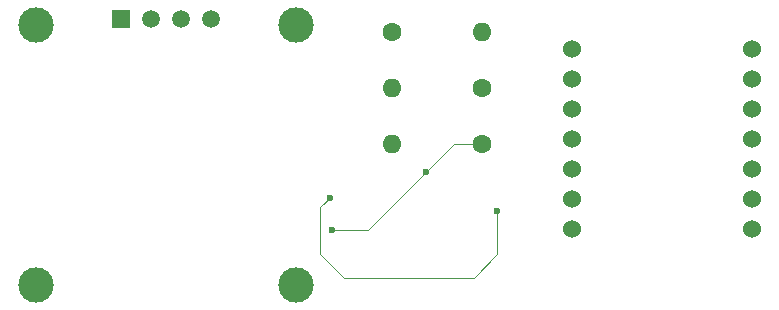
<source format=gbr>
%TF.GenerationSoftware,KiCad,Pcbnew,8.0.7*%
%TF.CreationDate,2025-07-29T16:18:33-04:00*%
%TF.ProjectId,hermes,6865726d-6573-42e6-9b69-6361645f7063,rev?*%
%TF.SameCoordinates,Original*%
%TF.FileFunction,Copper,L2,Bot*%
%TF.FilePolarity,Positive*%
%FSLAX46Y46*%
G04 Gerber Fmt 4.6, Leading zero omitted, Abs format (unit mm)*
G04 Created by KiCad (PCBNEW 8.0.7) date 2025-07-29 16:18:33*
%MOMM*%
%LPD*%
G01*
G04 APERTURE LIST*
%TA.AperFunction,ComponentPad*%
%ADD10R,1.508000X1.508000*%
%TD*%
%TA.AperFunction,ComponentPad*%
%ADD11C,1.508000*%
%TD*%
%TA.AperFunction,ComponentPad*%
%ADD12C,3.000000*%
%TD*%
%TA.AperFunction,ComponentPad*%
%ADD13C,1.600000*%
%TD*%
%TA.AperFunction,ComponentPad*%
%ADD14O,1.600000X1.600000*%
%TD*%
%TA.AperFunction,ComponentPad*%
%ADD15C,1.524000*%
%TD*%
%TA.AperFunction,ViaPad*%
%ADD16C,0.600000*%
%TD*%
%TA.AperFunction,Conductor*%
%ADD17C,0.100000*%
%TD*%
G04 APERTURE END LIST*
D10*
%TO.P,U3,1,GND*%
%TO.N,VSS*%
X116158750Y-56081250D03*
D11*
%TO.P,U3,2,VCC_IN*%
%TO.N,3V3*%
X118698750Y-56081250D03*
%TO.P,U3,3,SCL*%
%TO.N,SCL*%
X121238750Y-56081250D03*
%TO.P,U3,4,SDA*%
%TO.N,SDA*%
X123778750Y-56081250D03*
D12*
%TO.P,U3,S1*%
%TO.N,N/C*%
X108968750Y-56581250D03*
%TO.P,U3,S2*%
X130968750Y-56581250D03*
%TO.P,U3,S3*%
X130968750Y-78581250D03*
%TO.P,U3,S4*%
X108968750Y-78581250D03*
%TD*%
D13*
%TO.P,R1,1*%
%TO.N,Net-(U1-GPIO6{slash}SDA)*%
X146685000Y-61912500D03*
D14*
%TO.P,R1,2*%
%TO.N,SDA*%
X139065000Y-61912500D03*
%TD*%
D13*
%TO.P,R2,1*%
%TO.N,SCL*%
X139065000Y-57150000D03*
D14*
%TO.P,R2,2*%
%TO.N,Net-(U1-GPIO7{slash}SCL)*%
X146685000Y-57150000D03*
%TD*%
D13*
%TO.P,R3,1*%
%TO.N,VSS*%
X146685000Y-66675000D03*
D14*
%TO.P,R3,2*%
%TO.N,Net-(U2-REXT)*%
X139065000Y-66675000D03*
%TD*%
D15*
%TO.P,U1,1,GPIO26/ADC0/A0*%
%TO.N,unconnected-(U1-GPIO26{slash}ADC0{slash}A0-Pad1)*%
X169545000Y-73818750D03*
%TO.P,U1,2,GPIO27/ADC1/A1*%
%TO.N,unconnected-(U1-GPIO27{slash}ADC1{slash}A1-Pad2)*%
X169545000Y-71278750D03*
%TO.P,U1,3,GPIO28/ADC2/A2*%
%TO.N,unconnected-(U1-GPIO28{slash}ADC2{slash}A2-Pad3)*%
X169545000Y-68738750D03*
%TO.P,U1,4,GPIO29/ADC3/A3*%
%TO.N,unconnected-(U1-GPIO29{slash}ADC3{slash}A3-Pad4)*%
X169545000Y-66198750D03*
%TO.P,U1,5,GPIO6/SDA*%
%TO.N,Net-(U1-GPIO6{slash}SDA)*%
X169545000Y-63658750D03*
%TO.P,U1,6,GPIO7/SCL*%
%TO.N,Net-(U1-GPIO7{slash}SCL)*%
X169545000Y-61118750D03*
%TO.P,U1,7,GPIO0/TX*%
%TO.N,IRQ*%
X169545000Y-58578750D03*
%TO.P,U1,8,GPIO1/RX*%
%TO.N,unconnected-(U1-GPIO1{slash}RX-Pad8)*%
X154305000Y-58578750D03*
%TO.P,U1,9,GPIO2/SCK*%
%TO.N,unconnected-(U1-GPIO2{slash}SCK-Pad9)*%
X154305000Y-61118750D03*
%TO.P,U1,10,GPIO4/MISO*%
%TO.N,unconnected-(U1-GPIO4{slash}MISO-Pad10)*%
X154305000Y-63658750D03*
%TO.P,U1,11,GPIO3/MOSI*%
%TO.N,unconnected-(U1-GPIO3{slash}MOSI-Pad11)*%
X154305000Y-66198750D03*
%TO.P,U1,12,3V3*%
%TO.N,3V3*%
X154305000Y-68738750D03*
%TO.P,U1,13,GND*%
%TO.N,VSS*%
X154305000Y-71278750D03*
%TO.P,U1,14,VBUS*%
%TO.N,unconnected-(U1-VBUS-Pad14)*%
X154305000Y-73818750D03*
%TD*%
D16*
%TO.N,3V3*%
X148000000Y-72290750D03*
X133808750Y-71191250D03*
%TO.N,VSS*%
X142000000Y-69000000D03*
X134038750Y-73961250D03*
%TD*%
D17*
%TO.N,3V3*%
X148000000Y-72290750D02*
X148000000Y-76000000D01*
X148000000Y-76000000D02*
X146000000Y-78000000D01*
X135000000Y-78000000D02*
X133000000Y-76000000D01*
X146000000Y-78000000D02*
X135000000Y-78000000D01*
X133000000Y-76000000D02*
X133000000Y-72000000D01*
X133000000Y-72000000D02*
X133808750Y-71191250D01*
%TO.N,VSS*%
X144325000Y-66675000D02*
X146685000Y-66675000D01*
X142000000Y-69000000D02*
X144325000Y-66675000D01*
X154463750Y-71437500D02*
X154305000Y-71278750D01*
X134038750Y-73961250D02*
X137038750Y-73961250D01*
X137038750Y-73961250D02*
X142000000Y-69000000D01*
%TD*%
M02*

</source>
